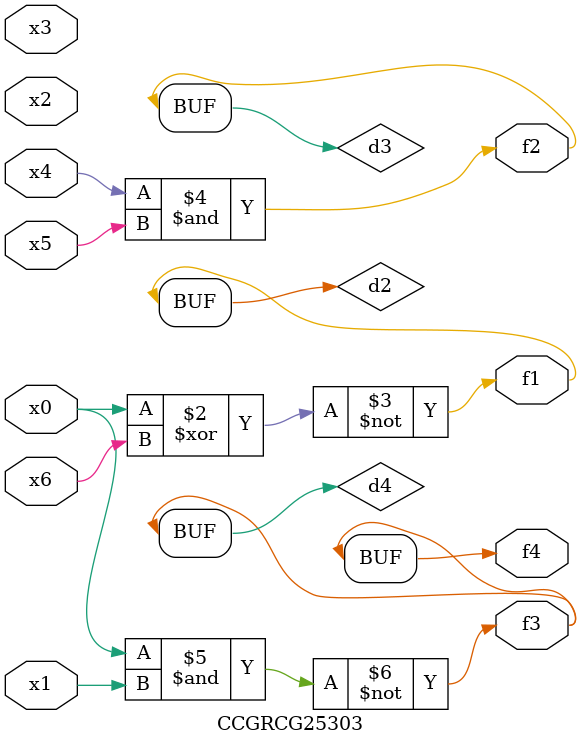
<source format=v>
module CCGRCG25303(
	input x0, x1, x2, x3, x4, x5, x6,
	output f1, f2, f3, f4
);

	wire d1, d2, d3, d4;

	nor (d1, x0);
	xnor (d2, x0, x6);
	and (d3, x4, x5);
	nand (d4, x0, x1);
	assign f1 = d2;
	assign f2 = d3;
	assign f3 = d4;
	assign f4 = d4;
endmodule

</source>
